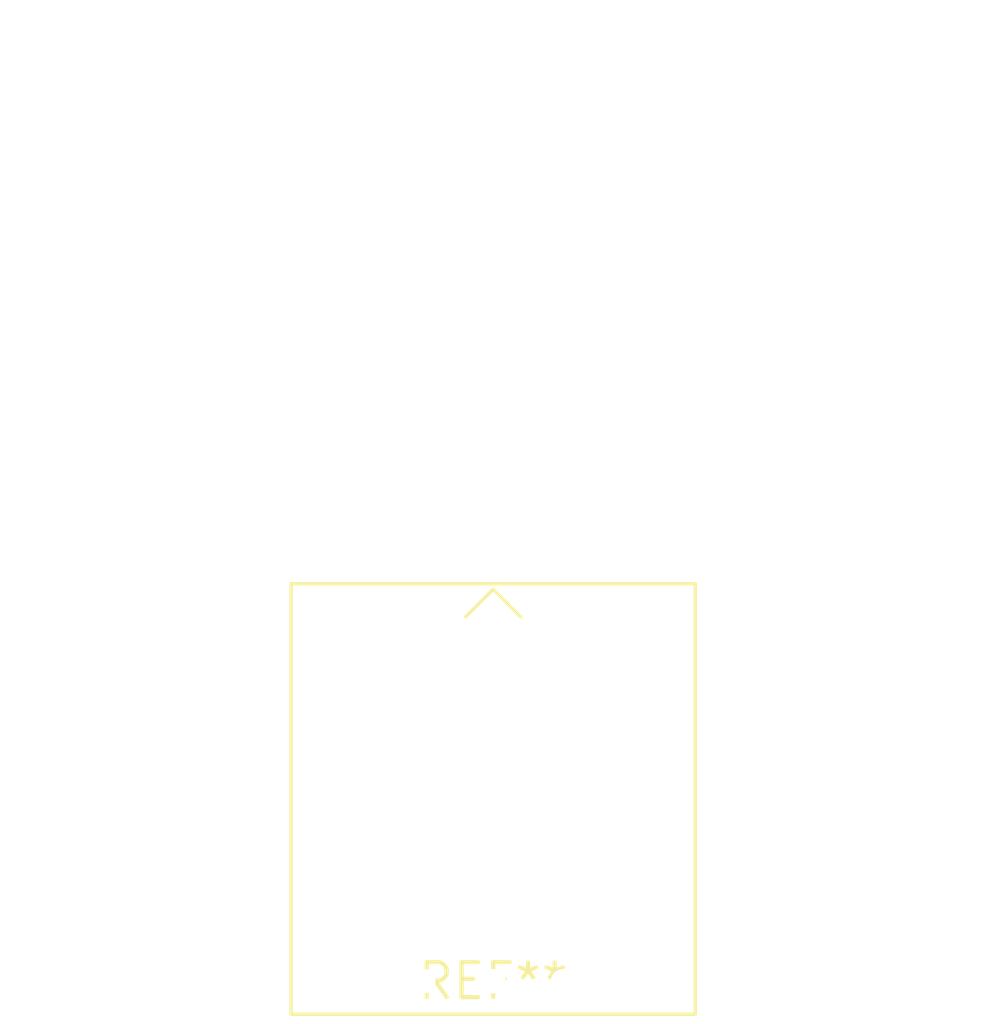
<source format=kicad_pcb>
(kicad_pcb (version 20240108) (generator pcbnew)
  (layers (0 "F.Cu" signal) (31 "B.Cu" signal) (34 "B.Paste" user) (35 "F.Paste" user) (36 "B.SilkS" user "B.Silkscreen") (37 "F.SilkS" user "F.Silkscreen") (38 "B.Mask" user) (39 "F.Mask" user) (44 "Edge.Cuts" user))
  (net 0 "")
  (footprint "BNC_Amphenol_031-6575_Horizontal" (layer "F.Cu") (at 0 0)
    (property "Reference" "REF**")
    (property "Value" "BNC_Amphenol_031-6575_Horizontal")
    (fp_line (start -7.35 -14.45) (end 7.35 -14.45) (layer "F.SilkS") (stroke (width 0.12)))
    (fp_line (start -7.35 1.2) (end -7.35 -14.45) (layer "F.SilkS") (stroke (width 0.12)))
    (fp_line (start 0 -14.25) (end -1 -13.25) (layer "F.SilkS") (stroke (width 0.12)))
    (fp_line (start 0 -14.25) (end 1 -13.25) (layer "F.SilkS") (stroke (width 0.12)))
    (fp_line (start 7.35 -14.45) (end 7.35 1.2) (layer "F.SilkS") (stroke (width 0.12)))
    (fp_line (start 7.35 1.2) (end -7.35 1.2) (layer "F.SilkS") (stroke (width 0.12)))
    (pad "" thru_hole oval (at -5.08 -8.89) (size 3.5 7) (drill 2.01) (layers *.Cu *.Mask) (remove_unused_layers))
    (pad "" thru_hole oval (at 5.08 -8.79) (size 3.5 7) (drill 2.01) (layers *.Cu *.Mask) (remove_unused_layers))
    (pad "1" thru_hole roundrect (at 0 0) (size 1.6 1.6) (drill 0.89) (layers *.Cu *.Mask) (remove_unused_layers))
    (pad "2" thru_hole circle (at -2.54 0) (size 1.6 1.6) (drill 0.89) (layers *.Cu *.Mask) (remove_unused_layers))
    (pad "3" thru_hole circle (at 0 -2.54) (size 1.6 1.6) (drill 0.89) (layers *.Cu *.Mask) (remove_unused_layers))
    (pad "4" thru_hole circle (at 2.54 0) (size 1.6 1.6) (drill 0.89) (layers *.Cu *.Mask) (remove_unused_layers))
  )
)
</source>
